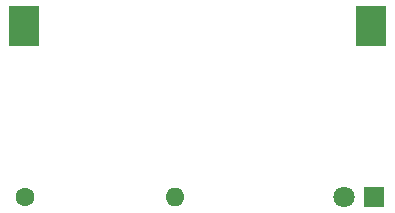
<source format=gbr>
%TF.GenerationSoftware,KiCad,Pcbnew,8.0.4*%
%TF.CreationDate,2024-07-26T23:15:46-04:00*%
%TF.ProjectId,LearningKiCAD,4c656172-6e69-46e6-974b-694341442e6b,0*%
%TF.SameCoordinates,Original*%
%TF.FileFunction,Soldermask,Bot*%
%TF.FilePolarity,Negative*%
%FSLAX46Y46*%
G04 Gerber Fmt 4.6, Leading zero omitted, Abs format (unit mm)*
G04 Created by KiCad (PCBNEW 8.0.4) date 2024-07-26 23:15:46*
%MOMM*%
%LPD*%
G01*
G04 APERTURE LIST*
%ADD10C,1.600000*%
%ADD11O,1.600000X1.600000*%
%ADD12R,1.800000X1.800000*%
%ADD13C,1.800000*%
%ADD14R,2.540000X3.510000*%
G04 APERTURE END LIST*
D10*
%TO.C,R1*%
X131751367Y-104579579D03*
D11*
X144451367Y-104579579D03*
%TD*%
D12*
%TO.C,D1*%
X161257098Y-104570483D03*
D13*
X158717098Y-104570483D03*
%TD*%
D14*
%TO.C,BT1*%
X131670014Y-90028629D03*
X161030014Y-90028629D03*
%TD*%
M02*

</source>
